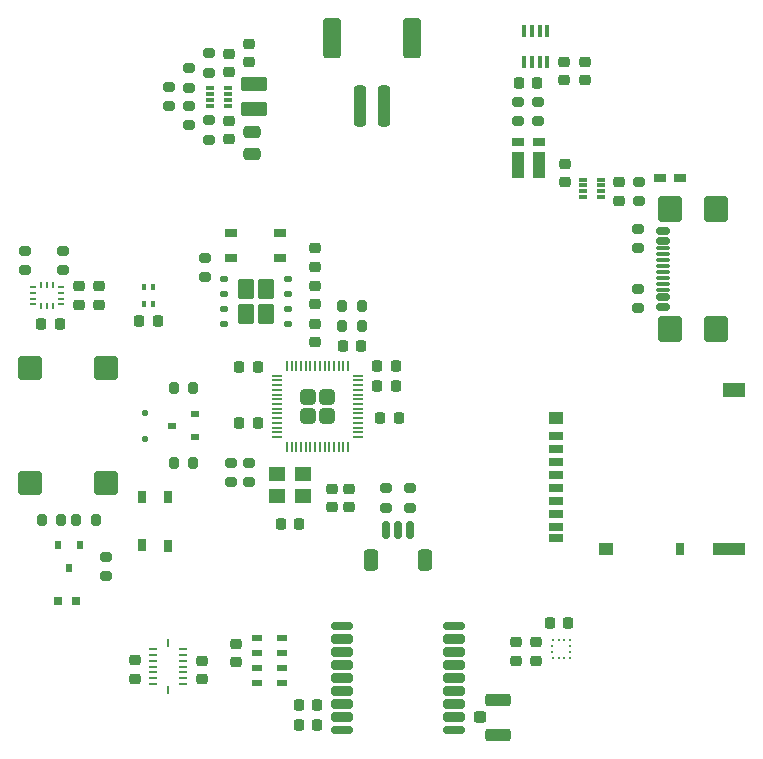
<source format=gbr>
%TF.GenerationSoftware,KiCad,Pcbnew,8.0.4*%
%TF.CreationDate,2024-10-29T22:25:36-05:00*%
%TF.ProjectId,flight-computer-lite,666c6967-6874-42d6-936f-6d7075746572,rev?*%
%TF.SameCoordinates,PX1312d00PY1312d00*%
%TF.FileFunction,Paste,Top*%
%TF.FilePolarity,Positive*%
%FSLAX46Y46*%
G04 Gerber Fmt 4.6, Leading zero omitted, Abs format (unit mm)*
G04 Created by KiCad (PCBNEW 8.0.4) date 2024-10-29 22:25:36*
%MOMM*%
%LPD*%
G01*
G04 APERTURE LIST*
G04 Aperture macros list*
%AMRoundRect*
0 Rectangle with rounded corners*
0 $1 Rounding radius*
0 $2 $3 $4 $5 $6 $7 $8 $9 X,Y pos of 4 corners*
0 Add a 4 corners polygon primitive as box body*
4,1,4,$2,$3,$4,$5,$6,$7,$8,$9,$2,$3,0*
0 Add four circle primitives for the rounded corners*
1,1,$1+$1,$2,$3*
1,1,$1+$1,$4,$5*
1,1,$1+$1,$6,$7*
1,1,$1+$1,$8,$9*
0 Add four rect primitives between the rounded corners*
20,1,$1+$1,$2,$3,$4,$5,0*
20,1,$1+$1,$4,$5,$6,$7,0*
20,1,$1+$1,$6,$7,$8,$9,0*
20,1,$1+$1,$8,$9,$2,$3,0*%
G04 Aperture macros list end*
%ADD10RoundRect,0.062500X-0.175000X-0.062500X0.175000X-0.062500X0.175000X0.062500X-0.175000X0.062500X0*%
%ADD11RoundRect,0.062500X-0.062500X-0.175000X0.062500X-0.175000X0.062500X0.175000X-0.062500X0.175000X0*%
%ADD12RoundRect,0.150000X0.425000X-0.150000X0.425000X0.150000X-0.425000X0.150000X-0.425000X-0.150000X0*%
%ADD13RoundRect,0.075000X0.500000X-0.075000X0.500000X0.075000X-0.500000X0.075000X-0.500000X-0.075000X0*%
%ADD14RoundRect,0.250000X0.750000X-0.840000X0.750000X0.840000X-0.750000X0.840000X-0.750000X-0.840000X0*%
%ADD15RoundRect,0.175000X-0.725000X-0.175000X0.725000X-0.175000X0.725000X0.175000X-0.725000X0.175000X0*%
%ADD16RoundRect,0.200000X-0.700000X-0.200000X0.700000X-0.200000X0.700000X0.200000X-0.700000X0.200000X0*%
%ADD17RoundRect,0.225000X0.250000X-0.225000X0.250000X0.225000X-0.250000X0.225000X-0.250000X-0.225000X0*%
%ADD18R,1.400000X1.200000*%
%ADD19R,1.000000X0.800000*%
%ADD20RoundRect,0.200000X0.275000X-0.200000X0.275000X0.200000X-0.275000X0.200000X-0.275000X-0.200000X0*%
%ADD21RoundRect,0.200000X-0.200000X-0.275000X0.200000X-0.275000X0.200000X0.275000X-0.200000X0.275000X0*%
%ADD22RoundRect,0.225000X-0.225000X-0.250000X0.225000X-0.250000X0.225000X0.250000X-0.225000X0.250000X0*%
%ADD23RoundRect,0.200000X-0.275000X0.200000X-0.275000X-0.200000X0.275000X-0.200000X0.275000X0.200000X0*%
%ADD24RoundRect,0.250000X-0.475000X0.250000X-0.475000X-0.250000X0.475000X-0.250000X0.475000X0.250000X0*%
%ADD25R,1.050000X0.650000*%
%ADD26RoundRect,0.250000X-0.435000X-0.615000X0.435000X-0.615000X0.435000X0.615000X-0.435000X0.615000X0*%
%ADD27RoundRect,0.125000X-0.250000X-0.125000X0.250000X-0.125000X0.250000X0.125000X-0.250000X0.125000X0*%
%ADD28R,0.250000X0.275000*%
%ADD29R,0.275000X0.250000*%
%ADD30R,0.950000X0.550000*%
%ADD31RoundRect,0.225000X-0.250000X0.225000X-0.250000X-0.225000X0.250000X-0.225000X0.250000X0.225000X0*%
%ADD32RoundRect,0.200000X0.200000X0.275000X-0.200000X0.275000X-0.200000X-0.275000X0.200000X-0.275000X0*%
%ADD33RoundRect,0.225000X0.225000X0.250000X-0.225000X0.250000X-0.225000X-0.250000X0.225000X-0.250000X0*%
%ADD34RoundRect,0.150000X0.150000X0.625000X-0.150000X0.625000X-0.150000X-0.625000X0.150000X-0.625000X0*%
%ADD35RoundRect,0.250000X0.350000X0.650000X-0.350000X0.650000X-0.350000X-0.650000X0.350000X-0.650000X0*%
%ADD36R,0.670000X0.300000*%
%ADD37R,0.650000X1.050000*%
%ADD38R,0.800000X0.750000*%
%ADD39R,0.300000X0.500000*%
%ADD40R,1.014000X0.762000*%
%ADD41R,1.014000X2.290000*%
%ADD42R,1.200000X0.700000*%
%ADD43R,0.800000X1.000000*%
%ADD44R,1.200000X1.000000*%
%ADD45R,2.800000X1.000000*%
%ADD46R,1.900000X1.300000*%
%ADD47R,0.450000X1.050000*%
%ADD48RoundRect,0.125000X-0.125000X0.125000X-0.125000X-0.125000X0.125000X-0.125000X0.125000X0.125000X0*%
%ADD49RoundRect,0.250000X0.250000X1.500000X-0.250000X1.500000X-0.250000X-1.500000X0.250000X-1.500000X0*%
%ADD50RoundRect,0.250001X0.499999X1.449999X-0.499999X1.449999X-0.499999X-1.449999X0.499999X-1.449999X0*%
%ADD51R,0.600000X0.700000*%
%ADD52RoundRect,0.250000X-0.850000X0.375000X-0.850000X-0.375000X0.850000X-0.375000X0.850000X0.375000X0*%
%ADD53RoundRect,0.249999X-0.395001X-0.395001X0.395001X-0.395001X0.395001X0.395001X-0.395001X0.395001X0*%
%ADD54RoundRect,0.050000X-0.387500X-0.050000X0.387500X-0.050000X0.387500X0.050000X-0.387500X0.050000X0*%
%ADD55RoundRect,0.050000X-0.050000X-0.387500X0.050000X-0.387500X0.050000X0.387500X-0.050000X0.387500X0*%
%ADD56RoundRect,0.250000X-0.275000X-0.250000X0.275000X-0.250000X0.275000X0.250000X-0.275000X0.250000X0*%
%ADD57RoundRect,0.250000X-0.850000X-0.275000X0.850000X-0.275000X0.850000X0.275000X-0.850000X0.275000X0*%
%ADD58R,0.675000X0.250000*%
%ADD59R,0.250000X0.675000*%
%ADD60R,0.700000X0.600000*%
%ADD61RoundRect,0.250000X0.750000X0.750000X-0.750000X0.750000X-0.750000X-0.750000X0.750000X-0.750000X0*%
G04 APERTURE END LIST*
D10*
%TO.C,U3*%
X3835000Y-23250000D03*
X3835000Y-23750000D03*
X3835000Y-24250000D03*
X3835000Y-24750000D03*
D11*
X4500000Y-24915000D03*
X5000000Y-24915000D03*
X5500000Y-24915000D03*
D10*
X6165000Y-24750000D03*
X6165000Y-24250000D03*
X6165000Y-23750000D03*
X6165000Y-23250000D03*
D11*
X5500000Y-23085000D03*
X5000000Y-23085000D03*
X4500000Y-23085000D03*
%TD*%
D12*
%TO.C,J1*%
X57140000Y-24950000D03*
X57140000Y-24150000D03*
D13*
X57140000Y-23000000D03*
X57140000Y-22000000D03*
X57140000Y-21500000D03*
X57140000Y-20500000D03*
D12*
X57140000Y-19350000D03*
X57140000Y-18550000D03*
X57140000Y-18550000D03*
X57140000Y-19350000D03*
D13*
X57140000Y-20000000D03*
X57140000Y-21000000D03*
X57140000Y-22500000D03*
X57140000Y-23500000D03*
D12*
X57140000Y-24150000D03*
X57140000Y-24950000D03*
D14*
X57715000Y-26860000D03*
X61645000Y-26860000D03*
X57715000Y-16640000D03*
X61645000Y-16640000D03*
%TD*%
D15*
%TO.C,U12*%
X29951000Y-52002000D03*
D16*
X29951000Y-53102000D03*
X29951000Y-54202000D03*
X29951000Y-55302000D03*
X29951000Y-56402000D03*
X29951000Y-57502000D03*
X29951000Y-58602000D03*
X29951000Y-59702000D03*
D15*
X29951000Y-60802000D03*
X39451000Y-60802000D03*
D16*
X39451000Y-59702000D03*
X39451000Y-58602000D03*
X39451000Y-57502000D03*
X39451000Y-56402000D03*
X39451000Y-55302000D03*
X39451000Y-54202000D03*
X39451000Y-53102000D03*
D15*
X39451000Y-52002000D03*
%TD*%
D17*
%TO.C,C24*%
X53440000Y-15950000D03*
X53440000Y-14400000D03*
%TD*%
D18*
%TO.C,Y1*%
X24482000Y-41005000D03*
X26682000Y-41005000D03*
X26682000Y-39105000D03*
X24482000Y-39105000D03*
%TD*%
D19*
%TO.C,LED1*%
X56865000Y-14010000D03*
X58565000Y-14010000D03*
%TD*%
D20*
%TO.C,R20*%
X46565000Y-9247000D03*
X46565000Y-7597000D03*
%TD*%
D21*
%TO.C,R1*%
X15715000Y-38180000D03*
X17365000Y-38180000D03*
%TD*%
D22*
%TO.C,C20*%
X44940000Y-5972000D03*
X46490000Y-5972000D03*
%TD*%
%TO.C,C22*%
X33208000Y-34375000D03*
X34758000Y-34375000D03*
%TD*%
D23*
%TO.C,R7*%
X55140000Y-14350000D03*
X55140000Y-16000000D03*
%TD*%
D24*
%TO.C,C17*%
X22337000Y-10105000D03*
X22337000Y-12005000D03*
%TD*%
D25*
%TO.C,SW1*%
X24722500Y-20840000D03*
X20572500Y-20840000D03*
X24722500Y-18690000D03*
X20597500Y-18690000D03*
%TD*%
D17*
%TO.C,C10*%
X9385000Y-24775000D03*
X9385000Y-23225000D03*
%TD*%
D26*
%TO.C,U2*%
X21797500Y-23420000D03*
X21797500Y-25570000D03*
X23497500Y-23420000D03*
X23497500Y-25570000D03*
D27*
X19947500Y-22590000D03*
X19947500Y-23860000D03*
X19947500Y-25130000D03*
X19947500Y-26400000D03*
X25347500Y-26400000D03*
X25347500Y-25130000D03*
X25347500Y-23860000D03*
X25347500Y-22590000D03*
%TD*%
D23*
%TO.C,R21*%
X6350000Y-20195000D03*
X6350000Y-21845000D03*
%TD*%
D28*
%TO.C,U5*%
X49287500Y-53145500D03*
X48787500Y-53145500D03*
X48287500Y-53145500D03*
X47787500Y-53145500D03*
D29*
X47775000Y-53658000D03*
X47775000Y-54158000D03*
D28*
X47787500Y-54670500D03*
X48287500Y-54670500D03*
X48787500Y-54670500D03*
X49287500Y-54670500D03*
D29*
X49300000Y-54158000D03*
X49300000Y-53658000D03*
%TD*%
D17*
%TO.C,C18*%
X48790000Y-5768000D03*
X48790000Y-4218000D03*
%TD*%
D30*
%TO.C,U9*%
X22721000Y-53027000D03*
X22721000Y-54277000D03*
X22721000Y-55527000D03*
X22721000Y-56777000D03*
X24871000Y-56777000D03*
X24871000Y-55527000D03*
X24871000Y-54277000D03*
X24871000Y-53027000D03*
%TD*%
D31*
%TO.C,C5*%
X12411000Y-54882000D03*
X12411000Y-56432000D03*
%TD*%
D32*
%TO.C,R5*%
X31632500Y-24875000D03*
X29982500Y-24875000D03*
%TD*%
D33*
%TO.C,C12*%
X14360000Y-26175000D03*
X12810000Y-26175000D03*
%TD*%
D31*
%TO.C,C3*%
X44687000Y-53363000D03*
X44687000Y-54913000D03*
%TD*%
D20*
%TO.C,R3*%
X54990000Y-25050000D03*
X54990000Y-23400000D03*
%TD*%
D34*
%TO.C,J4*%
X35701000Y-43879000D03*
X34701000Y-43879000D03*
X33701000Y-43879000D03*
D35*
X37001000Y-46404000D03*
X32401000Y-46404000D03*
%TD*%
D32*
%TO.C,R6*%
X31632500Y-26575000D03*
X29982500Y-26575000D03*
%TD*%
D36*
%TO.C,U7*%
X20277100Y-7905000D03*
X20277100Y-7405000D03*
X20277100Y-6905000D03*
X20277100Y-6405000D03*
X18797100Y-6405000D03*
X18797100Y-6905000D03*
X18797100Y-7405000D03*
X18797100Y-7905000D03*
%TD*%
D17*
%TO.C,C14*%
X22087000Y-4255000D03*
X22087000Y-2705000D03*
%TD*%
D31*
%TO.C,C26*%
X27707500Y-23190000D03*
X27707500Y-24740000D03*
%TD*%
%TO.C,C28*%
X29111500Y-40349500D03*
X29111500Y-41899500D03*
%TD*%
D33*
%TO.C,C1*%
X49082500Y-51733000D03*
X47532500Y-51733000D03*
%TD*%
D31*
%TO.C,C32*%
X30571500Y-40349500D03*
X30571500Y-41899500D03*
%TD*%
D20*
%TO.C,R16*%
X16987000Y-6380000D03*
X16987000Y-4730000D03*
%TD*%
D37*
%TO.C,SW2*%
X15215000Y-41025000D03*
X15215000Y-45175000D03*
X13065000Y-41025000D03*
X13065000Y-45150000D03*
%TD*%
D32*
%TO.C,R2*%
X17365000Y-31820000D03*
X15715000Y-31820000D03*
%TD*%
%TO.C,R25*%
X9125000Y-43000000D03*
X7475000Y-43000000D03*
%TD*%
D20*
%TO.C,R19*%
X44865000Y-9247000D03*
X44865000Y-7597000D03*
%TD*%
D17*
%TO.C,C19*%
X50490000Y-5768000D03*
X50490000Y-4218000D03*
%TD*%
%TO.C,C33*%
X27707500Y-27940000D03*
X27707500Y-26390000D03*
%TD*%
D33*
%TO.C,C11*%
X6050000Y-26435000D03*
X4500000Y-26435000D03*
%TD*%
D22*
%TO.C,C30*%
X32958000Y-29975000D03*
X34508000Y-29975000D03*
%TD*%
%TO.C,C21*%
X24807000Y-43335000D03*
X26357000Y-43335000D03*
%TD*%
D17*
%TO.C,C7*%
X21021000Y-55052000D03*
X21021000Y-53502000D03*
%TD*%
D20*
%TO.C,R12*%
X18687000Y-10819000D03*
X18687000Y-9169000D03*
%TD*%
D38*
%TO.C,LED2*%
X7470000Y-49830000D03*
X5870000Y-49830000D03*
%TD*%
D36*
%TO.C,U11*%
X50400000Y-14175000D03*
X50400000Y-14675000D03*
X50400000Y-15175000D03*
X50400000Y-15675000D03*
X51880000Y-15675000D03*
X51880000Y-15175000D03*
X51880000Y-14675000D03*
X51880000Y-14175000D03*
%TD*%
D17*
%TO.C,C15*%
X20387000Y-5091000D03*
X20387000Y-3541000D03*
%TD*%
D39*
%TO.C,U6*%
X13985000Y-23300000D03*
X13185000Y-23300000D03*
X13185000Y-24700000D03*
X13985000Y-24700000D03*
%TD*%
D23*
%TO.C,R10*%
X20592000Y-38160000D03*
X20592000Y-39810000D03*
%TD*%
D40*
%TO.C,R17*%
X44827000Y-11028000D03*
D41*
X44827000Y-12935000D03*
X46603000Y-12935000D03*
D40*
X46603000Y-11028000D03*
%TD*%
D23*
%TO.C,R18*%
X3150000Y-20195000D03*
X3150000Y-21845000D03*
%TD*%
D20*
%TO.C,R13*%
X16987000Y-9580000D03*
X16987000Y-7930000D03*
%TD*%
D31*
%TO.C,C2*%
X46387000Y-53363000D03*
X46387000Y-54913000D03*
%TD*%
D42*
%TO.C,J2*%
X48050000Y-35880000D03*
X48050000Y-36980000D03*
X48050000Y-38080000D03*
X48050000Y-39180000D03*
X48050000Y-40280000D03*
X48050000Y-41380000D03*
X48050000Y-42480000D03*
X48050000Y-43580000D03*
X48050000Y-44530000D03*
D43*
X58550000Y-45480000D03*
D44*
X52350000Y-45480000D03*
D45*
X62700000Y-45480000D03*
D44*
X48050000Y-34330000D03*
D46*
X63150000Y-31980000D03*
%TD*%
D20*
%TO.C,R15*%
X18687000Y-5141000D03*
X18687000Y-3491000D03*
%TD*%
D47*
%TO.C,U8*%
X45390000Y-4218000D03*
X46040000Y-4218000D03*
X46690000Y-4218000D03*
X47340000Y-4218000D03*
X47340000Y-1618000D03*
X46690000Y-1618000D03*
X46040000Y-1618000D03*
X45390000Y-1618000D03*
%TD*%
D17*
%TO.C,C13*%
X27707500Y-21540000D03*
X27707500Y-19990000D03*
%TD*%
D23*
%TO.C,R4*%
X54990000Y-18350000D03*
X54990000Y-20000000D03*
%TD*%
D22*
%TO.C,C35*%
X26301000Y-60377000D03*
X27851000Y-60377000D03*
%TD*%
D48*
%TO.C,D1*%
X13240000Y-33900000D03*
X13240000Y-36100000D03*
%TD*%
D49*
%TO.C,J3*%
X33500000Y-7950000D03*
X31500000Y-7950000D03*
D50*
X35850000Y-2200000D03*
X29150000Y-2200000D03*
%TD*%
D17*
%TO.C,C25*%
X48840000Y-14375000D03*
X48840000Y-12825000D03*
%TD*%
D20*
%TO.C,R14*%
X15287000Y-7980000D03*
X15287000Y-6330000D03*
%TD*%
D17*
%TO.C,C4*%
X18061000Y-56457000D03*
X18061000Y-54907000D03*
%TD*%
D51*
%TO.C,Q1*%
X7770000Y-45080000D03*
X5870000Y-45080000D03*
X6820000Y-47080000D03*
%TD*%
D52*
%TO.C,L1*%
X22543000Y-6080000D03*
X22543000Y-8230000D03*
%TD*%
D32*
%TO.C,R24*%
X6165000Y-43000000D03*
X4515000Y-43000000D03*
%TD*%
D22*
%TO.C,C31*%
X30032500Y-28275000D03*
X31582500Y-28275000D03*
%TD*%
D17*
%TO.C,C6*%
X7685000Y-24775000D03*
X7685000Y-23225000D03*
%TD*%
D23*
%TO.C,R9*%
X22052000Y-38160000D03*
X22052000Y-39810000D03*
%TD*%
D22*
%TO.C,C34*%
X26301000Y-58677000D03*
X27851000Y-58677000D03*
%TD*%
D20*
%TO.C,R8*%
X33701000Y-41949000D03*
X33701000Y-40299000D03*
%TD*%
D53*
%TO.C,U1*%
X27082500Y-32575000D03*
X27082500Y-34175000D03*
X28682500Y-32575000D03*
X28682500Y-34175000D03*
D54*
X24445000Y-30775000D03*
X24445000Y-31175000D03*
X24445000Y-31575000D03*
X24445000Y-31975000D03*
X24445000Y-32375000D03*
X24445000Y-32775000D03*
X24445000Y-33175000D03*
X24445000Y-33575000D03*
X24445000Y-33975000D03*
X24445000Y-34375000D03*
X24445000Y-34775000D03*
X24445000Y-35175000D03*
X24445000Y-35575000D03*
X24445000Y-35975000D03*
D55*
X25282500Y-36812500D03*
X25682500Y-36812500D03*
X26082500Y-36812500D03*
X26482500Y-36812500D03*
X26882500Y-36812500D03*
X27282500Y-36812500D03*
X27682500Y-36812500D03*
X28082500Y-36812500D03*
X28482500Y-36812500D03*
X28882500Y-36812500D03*
X29282500Y-36812500D03*
X29682500Y-36812500D03*
X30082500Y-36812500D03*
X30482500Y-36812500D03*
D54*
X31320000Y-35975000D03*
X31320000Y-35575000D03*
X31320000Y-35175000D03*
X31320000Y-34775000D03*
X31320000Y-34375000D03*
X31320000Y-33975000D03*
X31320000Y-33575000D03*
X31320000Y-33175000D03*
X31320000Y-32775000D03*
X31320000Y-32375000D03*
X31320000Y-31975000D03*
X31320000Y-31575000D03*
X31320000Y-31175000D03*
X31320000Y-30775000D03*
D55*
X30482500Y-29937500D03*
X30082500Y-29937500D03*
X29682500Y-29937500D03*
X29282500Y-29937500D03*
X28882500Y-29937500D03*
X28482500Y-29937500D03*
X28082500Y-29937500D03*
X27682500Y-29937500D03*
X27282500Y-29937500D03*
X26882500Y-29937500D03*
X26482500Y-29937500D03*
X26082500Y-29937500D03*
X25682500Y-29937500D03*
X25282500Y-29937500D03*
%TD*%
D20*
%TO.C,R22*%
X35701000Y-41949000D03*
X35701000Y-40299000D03*
%TD*%
D56*
%TO.C,AE1*%
X41626000Y-59702000D03*
D57*
X43151000Y-58227000D03*
X43151000Y-61177000D03*
%TD*%
D58*
%TO.C,U4*%
X13974000Y-56907000D03*
X13974000Y-56407000D03*
X13974000Y-55907000D03*
X13974000Y-55407000D03*
X13974000Y-54907000D03*
X13974000Y-54407000D03*
X13974000Y-53907000D03*
D59*
X15236000Y-53397000D03*
D58*
X16498000Y-53907000D03*
X16498000Y-54407000D03*
X16498000Y-54907000D03*
X16498000Y-55407000D03*
X16498000Y-55907000D03*
X16498000Y-56407000D03*
X16498000Y-56907000D03*
D59*
X15236000Y-57417000D03*
%TD*%
D60*
%TO.C,Q2*%
X17540000Y-35950000D03*
X17540000Y-34050000D03*
X15540000Y-35000000D03*
%TD*%
D22*
%TO.C,C23*%
X32958000Y-31675000D03*
X34508000Y-31675000D03*
%TD*%
D33*
%TO.C,C27*%
X22808000Y-30025000D03*
X21258000Y-30025000D03*
%TD*%
D31*
%TO.C,C16*%
X20387000Y-9219000D03*
X20387000Y-10769000D03*
%TD*%
D20*
%TO.C,R11*%
X18347500Y-22440000D03*
X18347500Y-20790000D03*
%TD*%
D33*
%TO.C,C29*%
X22808000Y-34750000D03*
X21258000Y-34750000D03*
%TD*%
D20*
%TO.C,R23*%
X10000000Y-47775000D03*
X10000000Y-46125000D03*
%TD*%
D61*
%TO.C,BZ1*%
X9940000Y-30100000D03*
X9940000Y-39900000D03*
X3540000Y-30100000D03*
X3540000Y-39900000D03*
%TD*%
M02*

</source>
